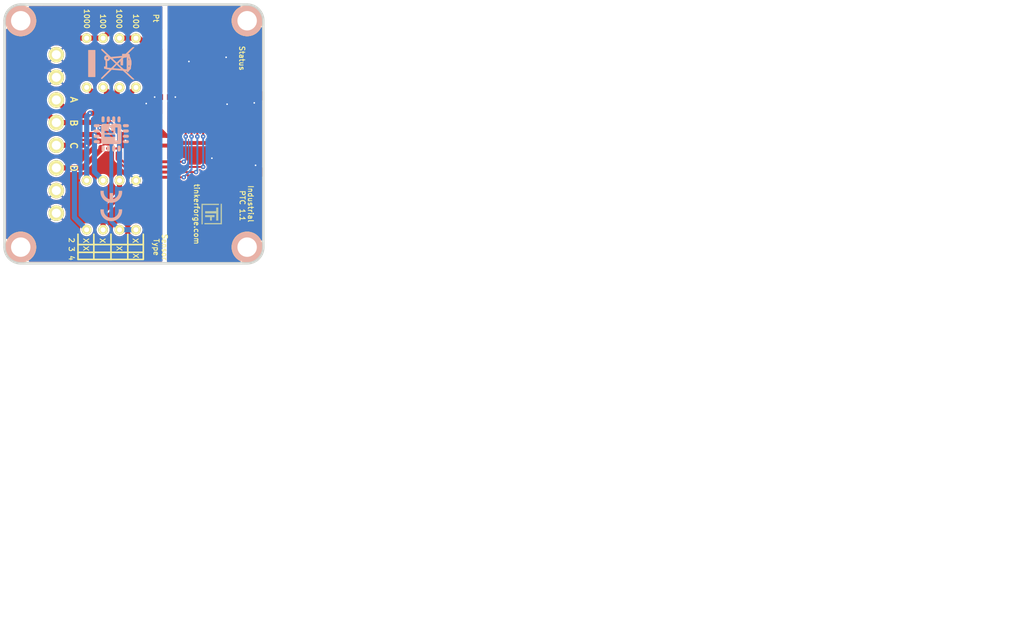
<source format=kicad_pcb>
(kicad_pcb (version 20221018) (generator pcbnew)
  (title_block (title "Industrial PTC Bricklet") (date "2022-12-12") (rev "1.1") (company "Tinkerforge GmbH") (comment 1 "Licensed under CERN OHL v.1.1") (comment 2 "Copyright (©) 2020, T.Schneidermann <tim@tinkerforge.com>"))
  (layers (0 "F.Cu" signal "Vorderseite") (31 "B.Cu" signal "Rückseite") (34 "B.Paste" user) (35 "F.Paste" user) (36 "B.SilkS" user "B.Silkscreen") (37 "F.SilkS" user "F.Silkscreen") (38 "B.Mask" user) (39 "F.Mask" user) (44 "Edge.Cuts" user))
  (net 0 "")
  (net 1 "AGND")
  (net 2 "FORCE+")
  (net 3 "FORCE-")
  (net 4 "FORCE2")
  (net 5 "GND")
  (net 6 "RTDIN+")
  (net 7 "RTDIN-")
  (net 8 "VCC")
  (net 9 "Net-(P1-Pad4)")
  (net 10 "Net-(P1-Pad5)")
  (net 11 "Net-(P1-Pad6)")
  (net 12 "Net-(C1-Pad1)")
  (net 13 "Net-(C6-Pad1)")
  (net 14 "Net-(C7-Pad2)")
  (net 15 "Net-(C8-Pad2)")
  (net 16 "Net-(D1-Pad2)")
  (net 17 "Net-(P2-Pad1)")
  (net 18 "Net-(P3-Pad2)")
  (net 19 "Net-(R1-Pad1)")
  (net 20 "Net-(R2-Pad2)")
  (net 21 "S-MISO")
  (net 22 "S-MOSI")
  (net 23 "S-CLK")
  (net 24 "S-CS")
  (net 25 "Net-(RP2-Pad1)")
  (net 26 "Net-(RP2-Pad2)")
  (net 27 "Net-(RP2-Pad3)")
  (net 28 "Net-(RP2-Pad4)")
  (net 29 "M-MISO")
  (net 30 "M-MOSI")
  (net 31 "M-CLK")
  (net 32 "M-CS")
  (net 34 "Net-(R2-Pad1)")
  (net 35 "Net-(R3-Pad1)")
  (net 36 "Net-(R4-Pad1)")
  (footprint "kicad-libraries:Logo_31x31" (layer "F.Cu") (at 158.5 100.75 -90)
    (fp_text reference "G***" hide)
    (fp_text value "Logo_31x31" hide)
  )
  (footprint "kicad-libraries:Fiducial_Mark" (layer "F.Cu") (at 132.9 71.95)
    (fp_text reference "Fiducial_Mark" hide)
    (fp_text value "VAL**" hide)
  )
  (footprint "kicad-libraries:DEBUG_PAD" (layer "F.Cu") (at 154.3 80.05)
    (fp_text reference "P2")
    (fp_text value "Debug")
  )
  (footprint "kicad-libraries:SolderJumper" (layer "F.Cu") (at 154.3 78.75)
    (fp_text reference "P3")
    (fp_text value "Boot")
  )
  (footprint "kicad-libraries:4X0402" (layer "F.Cu") (at 156.9 86.45)
    (fp_text reference "RP1")
    (fp_text value "82")
  )
  (footprint "kicad-libraries:QFN24-4x4mm-0.5mm" (layer "F.Cu") (at 157.7 81.3 180)
    (fp_text reference "U1")
    (fp_text value "XMC1100")
  )
  (footprint "kicad-libraries:C0402F" (layer "F.Cu") (at 158.6 86.45 90)
    (fp_text reference "C1")
    (fp_text value "220pF")
  )
  (footprint "kicad-libraries:C0805" (layer "F.Cu") (at 158.3 91.9 -90)
    (fp_text reference "C2")
    (fp_text value "10uF")
  )
  (footprint "kicad-libraries:C0603F" (layer "F.Cu") (at 156.9 92.1 -90)
    (fp_text reference "C3")
    (fp_text value "100nF")
  )
  (footprint "kicad-libraries:C0603F" (layer "F.Cu") (at 157.45 78.1)
    (fp_text reference "C4")
    (fp_text value "100nF")
  )
  (footprint "kicad-libraries:C0603F" (layer "F.Cu") (at 147.4 91 90)
    (fp_text reference "C5")
    (fp_text value "100nF")
  )
  (footprint "kicad-libraries:C0603F" (layer "F.Cu") (at 146.8 86.8 90)
    (fp_text reference "C6")
    (fp_text value "100nF")
  )
  (footprint "kicad-libraries:C0603F" (layer "F.Cu") (at 140.6 86 90)
    (fp_text reference "C7")
    (fp_text value "10nF")
  )
  (footprint "kicad-libraries:C0603F" (layer "F.Cu") (at 139.2 86 90)
    (fp_text reference "C8")
    (fp_text value "100nF")
  )
  (footprint "kicad-libraries:D0603F" (layer "F.Cu") (at 162 81.05)
    (fp_text reference "D1")
    (fp_text value "blue")
  )
  (footprint "kicad-libraries:R0603F" (layer "F.Cu") (at 148.8 88.35 90)
    (fp_text reference "FB2")
    (fp_text value "FB")
  )
  (footprint "kicad-libraries:CON-SENSOR2" (layer "F.Cu") (at 164.89902 89.9503 90)
    (fp_text reference "P1")
    (fp_text value "CON-SENSOR")
  )
  (footprint "kicad-libraries:R0603F" (layer "F.Cu") (at 162 82.45)
    (fp_text reference "R1")
    (fp_text value "1k")
  )
  (footprint "kicad-libraries:R0603F" (layer "F.Cu") (at 143.9 85.9 -90)
    (fp_text reference "R2")
    (fp_text value "390 0.1%")
  )
  (footprint "kicad-libraries:R0603F" (layer "F.Cu") (at 142.3 85.9 -90)
    (fp_text reference "R3")
    (fp_text value "3k9 0.1%")
  )
  (footprint "kicad-libraries:0603X4" (layer "F.Cu") (at 150.6 95.45 90)
    (fp_text reference "RP2")
    (fp_text value "100")
  )
  (footprint "kicad-libraries:QFN-20-5x5" (layer "F.Cu") (at 143.55026 90.8997 180)
    (fp_text reference "U2")
    (fp_text value "MAX31865")
  )
  (footprint "kicad-libraries:DRILL_NP" (layer "F.Cu") (at 162.4 107.45 90)
    (fp_text reference "U3" hide)
    (fp_text value "DRILL" hide)
  )
  (footprint "kicad-libraries:DRILL_NP" (layer "F.Cu") (at 127.4 107.45)
    (fp_text reference "U4" hide)
    (fp_text value "DRILL" hide)
  )
  (footprint "kicad-libraries:DRILL_NP" (layer "F.Cu") (at 127.4 72.45 90)
    (fp_text reference "U5" hide)
    (fp_text value "DRILL" hide)
  )
  (footprint "kicad-libraries:DRILL_NP" (layer "F.Cu") (at 162.4 72.45)
    (fp_text reference "U6" hide)
    (fp_text value "DRILL" hide)
  )
  (footprint "kicad-libraries:OQ_8P" (layer "F.Cu") (at 132.9 89.95 -90)
    (fp_text reference "P4")
    (fp_text value "CONN_01X08")
  )
  (footprint "kicad-libraries:R0603F" (layer "F.Cu") (at 149.7 84.25)
    (fp_text reference "FB1")
    (fp_text value "FB")
  )
  (footprint "kicad-libraries:SW_DIP_4_THT" (layer "F.Cu") (at 141.4 78.95 180)
    (fp_text reference "SW1")
    (fp_text value "SW_DIP_4")
  )
  (footprint "kicad-libraries:SW_DIP_4_THT" (layer "F.Cu") (at 141.4 100.95 180)
    (fp_text reference "SW2")
    (fp_text value "SW_DIP_4")
  )
  (footprint "kicad-libraries:Fiducial_Mark" (layer "F.Cu") (at 157.9 74.95)
    (fp_text reference "Fiducial_Mark" hide)
    (fp_text value "VAL**" hide)
  )
  (footprint "kicad-libraries:Fiducial_Mark" (layer "F.Cu") (at 132.9 106.95)
    (fp_text reference "Fiducial_Mark" hide)
    (fp_text value "VAL**" hide)
  )
  (footprint "kicad-libraries:R0603F" (layer "F.Cu") (at 148.7 75.3 90)
    (fp_text reference "R4")
    (fp_text value "10M")
  )
  (footprint "kicad-libraries:CE_5mm" (layer "B.Cu") (at 141.4 101.05 90)
    (fp_text reference "VAL" hide)
    (fp_text value "CE_5mm" hide)
  )
  (footprint "kicad-libraries:WEEE_7mm" (layer "B.Cu") (at 141.4 79.05 90)
    (fp_text reference "VAL" hide)
    (fp_text value "WEEE_7mm" hide)
  )
  (footprint "kicad-libraries:Logo_CoMCU" (layer "B.Cu") (at 141.4 89.95 90)
    (fp_text reference "G***" hide)
    (fp_text value "LOGO" hide)
  )
  (gr_line (start 136.25004 109.35) (end 146.34908 109.35) (stroke (width 0.24892)) (layer "F.SilkS"))
  (gr_line (start 146.34908 109.30036) (end 146.34908 105.45) (stroke (width 0.24892)) (layer "F.SilkS"))
  (gr_line (start 143.94878 109.30036) (end 143.94878 105.45) (stroke (width 0.24892)) (layer "F.SilkS"))
  (gr_line (start 136.25004 108.3504) (end 136.25004 108.2996) (stroke (width 0.24892)) (layer "F.SilkS"))
  (gr_line (start 146.34908 108.25) (end 136.25004 108.25) (stroke (width 0.24892)) (layer "F.SilkS"))
  (gr_line (start 141.35036 109.35116) (end 141.35036 105.45) (stroke (width 0.24892)) (layer "F.SilkS"))
  (gr_line (start 138.70114 109.30036) (end 138.70114 105.45) (stroke (width 0.24892)) (layer "F.SilkS"))
  (gr_line (start 136.25004 107.05) (end 146.34908 107.05) (stroke (width 0.24892)) (layer "F.SilkS"))
  (gr_line (start 136.25004 105.45) (end 136.25004 109.30036) (stroke (width 0.24892)) (layer "F.SilkS"))
  (gr_arc (start 124.8981 72.45) (mid 125.63089 70.68089) (end 127.4 69.9481) (stroke (width 0.381)) (layer "Edge.Cuts"))
  (gr_line (start 164.8984 72.45) (end 164.89936 107.45) (stroke (width 0.381)) (layer "Edge.Cuts"))
  (gr_line (start 124.90064 107.45) (end 124.8981 72.45) (stroke (width 0.381)) (layer "Edge.Cuts"))
  (gr_line (start 127.4 69.9481) (end 162.4 69.9516) (stroke (width 0.381)) (layer "Edge.Cuts"))
  (gr_line (start 162.4 109.95) (end 127.4 109.95) (stroke (width 0.381)) (layer "Edge.Cuts"))
  (gr_arc (start 164.89936 107.45) (mid 164.167314 109.217314) (end 162.4 109.94936) (stroke (width 0.381)) (layer "Edge.Cuts"))
  (gr_arc (start 162.4 69.9516) (mid 164.166636 70.683364) (end 164.8984 72.45) (stroke (width 0.381)) (layer "Edge.Cuts"))
  (gr_arc (start 127.4 109.94936) (mid 125.632686 109.217314) (end 124.90064 107.45) (stroke (width 0.381)) (layer "Edge.Cuts"))
  (gr_text "D" (at 135.6 95.25 270) (layer "F.SilkS") (effects (font (size 1.04902 1.04902) (thickness 0.2))))
  (gr_text "Status" (at 161.6 78.25 270) (layer "F.SilkS") (effects (font (size 0.8001 0.8001) (thickness 0.14986))))
  (gr_text "tinkerforge.com" (at 154.6 102.35 270) (layer "F.SilkS") (effects (font (size 0.8001 0.8001) (thickness 0.14986))))
  (gr_text "X" (at 140.1 106.45 90) (layer "F.SilkS") (effects (font (size 0.8001 0.8001) (thickness 0.14986))))
  (gr_text "100" (at 140.1 72.55 270) (layer "F.SilkS") (effects (font (size 0.8001 0.8001) (thickness 0.14986))))
  (gr_text "C" (at 135.6 91.75 270) (layer "F.SilkS") (effects (font (size 1.04902 1.04902) (thickness 0.2))))
  (gr_text "100" (at 145.2 72.55 270) (layer "F.SilkS") (effects (font (size 0.8001 0.8001) (thickness 0.14986))))
  (gr_text "X" (at 137.55052 106.45 90) (layer "F.SilkS") (effects (font (size 0.8001 0.8001) (thickness 0.14986))))
  (gr_text "X" (at 137.55052 107.65 90) (layer "F.SilkS") (effects (font (size 0.8001 0.8001) (thickness 0.14986))))
  (gr_text "X" (at 142.7 107.65 90) (layer "F.SilkS") (effects (font (size 0.8001 0.8001) (thickness 0.14986))))
  (gr_text "X" (at 145.2 106.45 90) (layer "F.SilkS") (effects (font (size 0.8001 0.8001) (thickness 0.14986))))
  (gr_text "Sensor\nType" (at 148.99924 107.45 270) (layer "F.SilkS") (effects (font (size 0.8001 0.8001) (thickness 0.14986))))
  (gr_text "B" (at 135.6 88.25 270) (layer "F.SilkS") (effects (font (size 1.04902 1.04902) (thickness 0.2))))
  (gr_text "A" (at 135.6 84.65 270) (layer "F.SilkS") (effects (font (size 1.04902 1.04902) (thickness 0.2))))
  (gr_text "X" (at 145.24926 108.79998 90) (layer "F.SilkS") (effects (font (size 0.8001 0.8001) (thickness 0.14986))))
  (gr_text "1000" (at 142.6 72.15 270) (layer "F.SilkS") (effects (font (size 0.8001 0.8001) (thickness 0.14986))))
  (gr_text "2 3 4" (at 135.24928 107.75096 270) (layer "F.SilkS") (effects (font (size 0.8001 0.8001) (thickness 0.14986))))
  (gr_text "Pt" (at 148.3 72.05 270) (layer "F.SilkS") (effects (font (size 0.8 0.8))))
  (gr_text "Industrial\n PTC 1.1" (at 162.3 100.75 270) (layer "F.SilkS") (effects (font (size 0.8001 0.8001) (thickness 0.14986))))
  (gr_text "1000" (at 137.6 72.15 270) (layer "F.SilkS") (effects (font (size 0.8001 0.8001) (thickness 0.14986))))
  (segment (start 145.93786 92.19764) (end 144.8482 92.19764) (width 0.29972) (layer "F.Cu") (net 1))
  (segment (start 145.93786 92.19764) (end 146.09788 92.19764) (width 0.29972) (layer "F.Cu") (net 1))
  (segment (start 144.8482 92.19764) (end 143.55026 90.8997) (width 0.29972) (layer "F.Cu") (net 1))
  (segment (start 142.25232 92.19764) (end 141.16266 92.19764) (width 0.29972) (layer "F.Cu") (net 1))
  (segment (start 148.95 84.25) (end 148.1 84.25) (width 0.8001) (layer "F.Cu") (net 1))
  (segment (start 146.8 86.05) (end 146.8 85.25) (width 0.8001) (layer "F.Cu") (net 1))
  (segment (start 142.25232 92.19764) (end 143.55026 90.8997) (width 0.29972) (layer "F.Cu") (net 1))
  (via (at 146.8 85.25) (size 0.7) (drill 0.25) (layers "F.Cu" "B.Cu") (net 1))
  (via (at 148.1 84.25) (size 0.7) (drill 0.25) (layers "F.Cu" "B.Cu") (net 1))
  (via (at 143.6 90.95) (size 0.7) (drill 0.25) (layers "F.Cu" "B.Cu") (net 1))
  (segment (start 142.67 99.48) (end 140.13 102.02) (width 0.8001) (layer "F.Cu") (net 2))
  (segment (start 142.25232 88.5121) (end 142.25232 88.45368) (width 0.29972) (layer "F.Cu") (net 2))
  (segment (start 141.3621 88.5121) (end 142.25232 88.5121) (width 0.29972) (layer "F.Cu") (net 2))
  (segment (start 132.9 84.69982) (end 136.360129 88.159949) (width 0.8001) (layer "F.Cu") (net 2))
  (segment (start 142.67 97.14) (end 142.67 99.48) (width 0.8001) (layer "F.Cu") (net 2))
  (segment (start 141.3 88.45) (end 141.3621 88.5121) (width 0.29972) (layer "F.Cu") (net 2))
  (segment (start 136.360129 88.159949) (end 141.009949 88.159949) (width 0.8001) (layer "F.Cu") (net 2))
  (segment (start 140.13 102.02) (end 140.13 104.76) (width 0.8001) (layer "F.Cu") (net 2))
  (segment (start 141.009949 88.159949) (end 141.3 88.45) (width 0.8001) (layer "F.Cu") (net 2))
  (via (at 141.3 88.45) (size 0.7) (drill 0.25) (layers "F.Cu" "B.Cu") (net 2))
  (segment (start 142.67 89.82) (end 141.3 88.45) (width 0.8001) (layer "B.Cu") (net 2))
  (segment (start 142.67 97.14) (end 142.67 89.82) (width 0.8001) (layer "B.Cu") (net 2))
  (segment (start 141.16266 91.5474) (end 140.2889 91.5474) (width 0.29972) (layer "F.Cu") (net 3))
  (segment (start 139.79315 92.04315) (end 139.79315 92.35685) (width 0.8001) (layer "F.Cu") (net 3))
  (segment (start 136.94982 95.20018) (end 136.194974 95.20018) (width 0.8001) (layer "F.Cu") (net 3))
  (segment (start 132.94982 95.25) (end 132.9 95.20018) (width 0.8001) (layer "F.Cu") (net 3))
  (segment (start 132.9 95.20018) (end 135.7 95.20018) (width 0.8001) (layer "F.Cu") (net 3))
  (segment (start 140.2889 91.5474) (end 139.6 92.2363) (width 0.29972) (layer "F.Cu") (net 3))
  (segment (start 136.194974 95.20018) (end 135.7 95.20018) (width 0.8001) (layer "F.Cu") (net 3))
  (segment (start 139.6 92.2363) (end 139.6 92.55) (width 0.29972) (layer "F.Cu") (net 3))
  (segment (start 139.79315 92.35685) (end 136.94982 95.20018) (width 0.8001) (layer "F.Cu") (net 3))
  (via (at 135.7 95.20018) (size 0.7) (drill 0.25) (layers "F.Cu" "B.Cu") (net 3))
  (segment (start 135.7 102.87) (end 135.7 95.20018) (width 0.8001) (layer "B.Cu") (net 3))
  (segment (start 137.59 104.76) (end 135.7 102.87) (width 0.8001) (layer "B.Cu") (net 3))
  (segment (start 141.16266 89.60176) (end 140.65176 89.60176) (width 0.29972) (layer "F.Cu") (net 4))
  (segment (start 139.6 89.05) (end 140.1 89.05) (width 0.59944) (layer "F.Cu") (net 4))
  (segment (start 140.65176 89.60176) (end 140.5 89.45) (width 0.29972) (layer "F.Cu") (net 4))
  (segment (start 140.1 89.05) (end 140.5 89.45) (width 0.59944) (layer "F.Cu") (net 4))
  (via (at 139.6 89.05) (size 0.7) (drill 0.25) (layers "F.Cu" "B.Cu") (net 4))
  (segment (start 141.4 90.85) (end 139.6 89.05) (width 0.59944) (layer "B.Cu") (net 4))
  (segment (start 141.4 103.49) (end 141.4 90.85) (width 0.59944) (layer "B.Cu") (net 4))
  (segment (start 145.21 104.76) (end 142.67 104.76) (width 0.8001) (layer "B.Cu") (net 4))
  (segment (start 142.67 104.76) (end 141.4 103.49) (width 0.59944) (layer "B.Cu") (net 4))
  (segment (start 158.85 85.8) (end 159.3 85.35) (width 0.59944) (layer "F.Cu") (net 5))
  (segment (start 163.69902 94.80098) (end 163.7 94.8) (width 0.59944) (layer "F.Cu") (net 5))
  (segment (start 157.95 78.35) (end 158.2 78.1) (width 0.29972) (layer "F.Cu") (net 5))
  (segment (start 157.95 80.25) (end 158.35 80.65) (width 0.29972) (layer "F.Cu") (net 5))
  (segment (start 159.4497 92.4503) (end 158.99924 92.90076) (width 0.8001) (layer "F.Cu") (net 5))
  (segment (start 158.99924 92.90076) (end 158.3 92.90076) (width 0.8001) (layer "F.Cu") (net 5))
  (segment (start 156.95076 92.90076) (end 156.9 92.85) (width 0.8001) (layer "F.Cu") (net 5))
  (segment (start 156.9 93.65) (end 156.95 93.7) (width 0.8001) (layer "F.Cu") (net 5))
  (segment (start 163.69902 84.95098) (end 163.5 85.15) (width 0.29972) (layer "F.Cu") (net 5))
  (segment (start 153.75 79.35) (end 153.75 78.8) (width 0.15) (layer "F.Cu") (net 5))
  (segment (start 153.8 78.75) (end 153.8 78.25) (width 0.15) (layer "F.Cu") (net 5))
  (segment (start 153.8 78.25) (end 154.05 78.25) (width 0.15) (layer "F.Cu") (net 5))
  (segment (start 154.05 78.25) (end 154.025 78.25) (width 0.15) (layer "F.Cu") (net 5))
  (segment (start 157.95 80.25) (end 158.35 80.65) (width 0.15) (layer "F.Cu") (net 5))
  (segment (start 158.85 85.8) (end 159.3 85.35) (width 0.29972) (layer "F.Cu") (net 5))
  (segment (start 157.95 81.55) (end 158.35 81.95) (width 0.29972) (layer "F.Cu") (net 5))
  (segment (start 159.05 85.35) (end 159.3 85.35) (width 0.29972) (layer "F.Cu") (net 5))
  (segment (start 157.95 78.35) (end 158.2 78.1) (width 0.29972) (layer "F.Cu") (net 5))
  (segment (start 158.2 78.1) (end 159.15 78.1) (width 0.59944) (layer "F.Cu") (net 5))
  (segment (start 153.75 78.8) (end 153.8 78.75) (width 0.15) (layer "F.Cu") (net 5))
  (segment (start 158.35 81.95) (end 158.35 80.65) (width 0.29972) (layer "F.Cu") (net 5))
  (segment (start 156.9 92.85) (end 156.9 93.65) (width 0.8001) (layer "F.Cu") (net 5))
  (segment (start 157.95 79.275) (end 157.95 80.25) (width 0.29972) (layer "F.Cu") (net 5))
  (segment (start 147.4 91.75) (end 147.4 92.79944) (width 0.59944) (layer "F.Cu") (net 5))
  (segment (start 150.9 91.75) (end 147.4 91.75) (width 0.59944) (layer "F.Cu") (net 5))
  (segment (start 157.95 79.275) (end 157.95 81.55) (width 0.29972) (layer "F.Cu") (net 5))
  (segment (start 157.95 79.275) (end 157.95 78.35) (width 0.29972) (layer "F.Cu") (net 5))
  (segment (start 158.6 85.8) (end 159.05 85.35) (width 0.29972) (layer "F.Cu") (net 5))
  (segment (start 156.9 92.85) (end 152 92.85) (width 0.59944) (layer "F.Cu") (net 5))
  (segment (start 152 92.85) (end 150.9 91.75) (width 0.59944) (layer "F.Cu") (net 5))
  (segment (start 157.05 81.95) (end 157.05 80.65) (width 0.29972) (layer "F.Cu") (net 5))
  (segment (start 153.75 78.8) (end 153.7 78.75) (width 0.29972) (layer "F.Cu") (net 5))
  (segment (start 154.025 79.35) (end 153.75 79.35) (width 0.15) (layer "F.Cu") (net 5))
  (segment (start 158.35 80.65) (end 157.05 80.65) (width 0.29972) (layer "F.Cu") (net 5))
  (segment (start 160.29902 92.4503) (end 159.4497 92.4503) (width 0.8001) (layer "F.Cu") (net 5))
  (segment (start 146.91214 93.2873) (end 145.1 93.2873) (width 0.59944) (layer "F.Cu") (net 5))
  (segment (start 153.7 78.75) (end 153.400002 78.75) (width 0.29972) (layer "F.Cu") (net 5))
  (segment (start 147.4 92.79944) (end 146.91214 93.2873) (width 0.59944) (layer "F.Cu") (net 5))
  (segment (start 150.45 84.25) (end 151.3 84.25) (width 0.8001) (layer "F.Cu") (net 5))
  (segment (start 163.69902 84.0503) (end 163.69902 84.95098) (width 0.29972) (layer "F.Cu") (net 5))
  (segment (start 158.35 81.95) (end 157.05 81.95) (width 0.29972) (layer "F.Cu") (net 5))
  (segment (start 163.69902 95.8503) (end 163.69902 94.80098) (width 0.59944) (layer "F.Cu") (net 5))
  (segment (start 159.15 78.1) (end 158.2 78.1) (width 0.29972) (layer "F.Cu") (net 5))
  (segment (start 158.3 92.90076) (end 156.95076 92.90076) (width 0.8001) (layer "F.Cu") (net 5))
  (segment (start 158.6 85.8) (end 158.85 85.8) (width 0.29972) (layer "F.Cu") (net 5))
  (via (at 156.95 93.7) (size 0.7) (drill 0.25) (layers "F.Cu" "B.Cu") (net 5))
  (via (at 151.3 84.25) (size 0.7) (drill 0.25) (layers "F.Cu" "B.Cu") (net 5))
  (via (at 153.400002 78.75) (size 0.55) (drill 0.25) (layers "F.Cu" "B.Cu") (net 5))
  (via (at 159.15 78.1) (size 0.7) (drill 0.25) (layers "F.Cu" "B.Cu") (net 5))
  (via (at 159.3 85.35) (size 0.7) (drill 0.25) (layers "F.Cu" "B.Cu") (net 5))
  (via (at 163.5 85.15) (size 0.7) (drill 0.25) (layers "F.Cu" "B.Cu") (net 5))
  (via (at 163.7 94.8) (size 0.7) (drill 0.25) (layers "F.Cu" "B.Cu") (net 5))
  (segment (start 136.447328 90.05) (end 139.4 90.05) (width 0.8001) (layer "F.Cu") (net 6))
  (segment (start 141.92 73.35) (end 147.5 73.35) (width 0.8001) (layer "F.Cu") (net 6))
  (segment (start 147.5 73.35) (end 148.7 74.55) (width 0.8001) (layer "F.Cu") (net 6))
  (segment (start 139.602 90.252) (end 141.16266 90.252) (width 0.29972) (layer "F.Cu") (net 6))
  (segment (start 134.597268 88.19994) (end 136.447328 90.05) (width 0.8001) (layer "F.Cu") (net 6))
  (segment (start 132.9 88.19994) (end 134.597268 88.19994) (width 0.8001) (layer "F.Cu") (net 6))
  (segment (start 140.13 75.14) (end 132.21 75.14) (width 0.8001) (layer "F.Cu") (net 6))
  (segment (start 140.13 75.14) (end 141.92 73.35) (width 0.8001) (layer "F.Cu") (net 6))
  (segment (start 130.7 85.99994) (end 132.9 88.19994) (width 0.8001) (layer "F.Cu") (net 6))
  (segment (start 139.4 90.05) (end 139.602 90.252) (width 0.29972) (layer "F.Cu") (net 6))
  (segment (start 130.7 76.65) (end 130.7 85.99994) (width 0.8001) (layer "F.Cu") (net 6))
  (segment (start 132.21 75.14) (end 130.7 76.65) (width 0.8001) (layer "F.Cu") (net 6))
  (via (at 138.8 90.05) (size 0.7) (drill 0.25) (layers "F.Cu" "B.Cu") (net 6))
  (segment (start 140.13 97.14) (end 138.8 95.81) (width 0.8001) (layer "B.Cu") (net 6))
  (segment (start 138.8 95.81) (end 138.8 90.05) (width 0.8001) (layer "B.Cu") (net 6))
  (segment (start 137.949999 91.400001) (end 137.6 91.75) (width 0.8001) (layer "F.Cu") (net 7))
  (segment (start 139.7503 90.8997) (end 139.7 90.95) (width 0.29972) (layer "F.Cu") (net 7))
  (segment (start 141.16266 90.8997) (end 139.7503 90.8997) (width 0.29972) (layer "F.Cu") (net 7))
  (segment (start 138.3 91.05) (end 137.949999 91.400001) (width 0.8001) (layer "F.Cu") (net 7))
  (segment (start 132.9 91.70006) (end 137.55006 91.70006) (width 0.8001) (layer "F.Cu") (net 7))
  (segment (start 139.6 91.05) (end 138.3 91.05) (width 0.8001) (layer "F.Cu") (net 7))
  (segment (start 140.6 86.75) (end 138.1 86.75) (width 0.8001) (layer "F.Cu") (net 7))
  (segment (start 137.55006 91.70006) (end 137.6 91.75) (width 0.8001) (layer "F.Cu") (net 7))
  (via (at 137.6 91.75) (size 0.7) (drill 0.25) (layers "F.Cu" "B.Cu") (net 7))
  (via (at 138.1 86.75) (size 0.7) (drill 0.25) (layers "F.Cu" "B.Cu") (net 7))
  (segment (start 137.59 97.14) (end 137.6 97.13) (width 0.8001) (layer "B.Cu") (net 7))
  (segment (start 137.6 97.13) (end 137.6 91.75) (width 0.8001) (layer "B.Cu") (net 7))
  (segment (start 138.1 86.75) (end 137.6 87.25) (width 0.8001) (layer "B.Cu") (net 7))
  (segment (start 137.6 87.25) (end 137.6 91.75) (width 0.8001) (layer "B.Cu") (net 7))
  (segment (start 157.45 78.7) (end 156.85 78.1) (width 0.29972) (layer "F.Cu") (net 8))
  (segment (start 156.85 78.1) (end 156.7 78.1) (width 0.29972) (layer "F.Cu") (net 8))
  (segment (start 157.35 91.35) (end 157.80076 90.89924) (width 0.59944) (layer "F.Cu") (net 8))
  (segment (start 157.80076 90.89924) (end 158.3 90.89924) (width 0.59944) (layer "F.Cu") (net 8))
  (segment (start 159.3503 91.2003) (end 159.04924 90.89924) (width 0.59944) (layer "F.Cu") (net 8))
  (segment (start 159.04924 90.89924) (end 158.3 90.89924) (width 0.59944) (layer "F.Cu") (net 8))
  (segment (start 156 76.85) (end 153.3 76.85) (width 0.59944) (layer "F.Cu") (net 8))
  (segment (start 159.484999 77.434999) (end 156.765001 77.434999) (width 0.15) (layer "F.Cu") (net 8))
  (segment (start 156.7 77.55) (end 156 76.85) (width 0.59944) (layer "F.Cu") (net 8))
  (segment (start 150 90.25) (end 151.4 90.25) (width 0.59944) (layer "F.Cu") (net 8))
  (segment (start 156.7 78.1) (end 156.7 77.55) (width 0.59944) (layer "F.Cu") (net 8))
  (segment (start 147.44916 90.30026) (end 145.98612 90.30026) (width 0.29972) (layer "F.Cu") (net 8))
  (segment (start 157.45 79.275) (end 157.45 78.7) (width 0.29972) (layer "F.Cu") (net 8))
  (segment (start 152.2 77.95) (end 152.2 85.05) (width 0.59944) (layer "F.Cu") (net 8))
  (segment (start 147.4 90.25) (end 151.4 90.25) (width 0.59944) (layer "F.Cu") (net 8))
  (segment (start 151.4 90.25) (end 152.5 91.35) (width 0.59944) (layer "F.Cu") (net 8))
  (segment (start 156.9 91.35) (end 157.35 91.35) (width 0.59944) (layer "F.Cu") (net 8))
  (segment (start 152.5 91.35) (end 156.9 91.35) (width 0.59944) (layer "F.Cu") (net 8))
  (segment (start 161.25 81.05) (end 161.25 79.2) (width 0.15) (layer "F.Cu") (net 8))
  (segment (start 151.4 85.85) (end 151.4 90.25) (width 0.59944) (layer "F.Cu") (net 8))
  (segment (start 149.95 90.25) (end 150 90.25) (width 0.59944) (layer "F.Cu") (net 8))
  (segment (start 160.29902 91.2003) (end 159.3503 91.2003) (width 0.59944) (layer "F.Cu") (net 8))
  (segment (start 153.3 76.85) (end 152.2 77.95) (width 0.59944) (layer "F.Cu") (net 8))
  (segment (start 161.25 79.2) (end 159.484999 77.434999) (width 0.15) (layer "F.Cu") (net 8))
  (segment (start 156.765001 77.434999) (end 156.7 77.5) (width 0.15) (layer "F.Cu") (net 8))
  (segment (start 148.8 89.1) (end 149.95 90.25) (width 0.59944) (layer "F.Cu") (net 8))
  (segment (start 156.7 77.5) (end 156.7 78.1) (width 0.15) (layer "F.Cu") (net 8))
  (segment (start 145.98612 90.30026) (end 145.93786 90.252) (width 0.29972) (layer "F.Cu") (net 8))
  (segment (start 152.2 85.05) (end 151.4 85.85) (width 0.59944) (layer "F.Cu") (net 8))
  (segment (start 156.1507 87.8007) (end 157.65 89.3) (width 0.15) (layer "F.Cu") (net 9))
  (segment (start 157.65 89.3) (end 158.6 89.3) (width 0.15) (layer "F.Cu") (net 9))
  (segment (start 158.6 89.3) (end 159.2503 89.9503) (width 0.15) (layer "F.Cu") (net 9))
  (segment (start 159.2503 89.9503) (end 160.29902 89.9503) (width 0.15) (layer "F.Cu") (net 9))
  (segment (start 156.1507 87.025) (end 156.1507 87.8007) (width 0.15) (layer "F.Cu") (net 9))
  (segment (start 156.65108 87.65108) (end 157.7003 88.7003) (width 0.15) (layer "F.Cu") (net 10))
  (segment (start 157.7003 88.7003) (end 160.29902 88.7003) (width 0.15) (layer "F.Cu") (net 10))
  (segment (start 156.65108 87.025) (end 156.65108 87.65108) (width 0.15) (layer "F.Cu") (net 10))
  (segment (start 157.14892 87.44892) (end 157.45 87.75) (width 0.15) (layer "F.Cu") (net 11))
  (segment (start 157.45 87.75) (end 159.1 87.75) (width 0.15) (layer "F.Cu") (net 11))
  (segment (start 159.1 87.75) (end 159.3997 87.4503) (width 0.15) (layer "F.Cu") (net 11))
  (segment (start 159.3997 87.4503) (end 160.29902 87.4503) (width 0.15) (layer "F.Cu") (net 11))
  (segment (start 157.14892 87.025) (end 157.14892 87.44892) (width 0.15) (layer "F.Cu") (net 11))
  (segment (start 160.12382 87.45094) (end 160.10096 87.45094) (width 0.29972) (layer "F.Cu") (net 11))
  (segment (start 158.85 87.1) (end 159.7497 86.2003) (width 0.15) (layer "F.Cu") (net 12))
  (segment (start 159.7497 86.2003) (end 160.29902 86.2003) (width 0.15) (layer "F.Cu") (net 12))
  (segment (start 157.7243 87.1) (end 157.6493 87.025) (width 0.15) (layer "F.Cu") (net 12))
  (segment (start 158.6 87.1) (end 158.85 87.1) (width 0.15) (layer "F.Cu") (net 12))
  (segment (start 160.29902 86.2003) (end 159.5997 86.2003) (width 0.15) (layer "F.Cu") (net 12))
  (segment (start 158.6 87.1) (end 157.7243 87.1) (width 0.15) (layer "F.Cu") (net 12))
  (segment (start 146.14824 89.60176) (end 145.93786 89.60176) (width 0.29972) (layer "F.Cu") (net 13))
  (segment (start 148.8 87.6) (end 148.7992 87.5992) (width 0.8001) (layer "F.Cu") (net 13))
  (segment (start 146.8 87.55) (end 146.8 88.95) (width 0.59944) (layer "F.Cu") (net 13))
  (segment (start 146.8 88.95) (end 146.6 89.15) (width 0.59944) (layer "F.Cu") (net 13))
  (segment (start 148.7992 87.5992) (end 146.84872 87.5992) (width 0.8001) (layer "F.Cu") (net 13))
  (segment (start 145.93786 89.60176) (end 146.09824 89.60176) (width 0.29972) (layer "F.Cu") (net 13))
  (segment (start 146.8 88.95) (end 146.14824 89.60176) (width 0.29972) (layer "F.Cu") (net 13))
  (segment (start 140.64958 85.299) (end 140.64958 83.27958) (width 0.8001) (layer "F.Cu") (net 14))
  (segment (start 140.64958 83.27958) (end 140.13 82.76) (width 0.8001) (layer "F.Cu") (net 14))
  (segment (start 137.71 82.76) (end 139.2 84.25) (width 0.8001) (layer "F.Cu") (net 15))
  (segment (start 137.59 82.76) (end 137.71 82.76) (width 0.8001) (layer "F.Cu") (net 15))
  (segment (start 139.2 84.25) (end 139.2 85.25) (width 0.8001) (layer "F.Cu") (net 15))
  (segment (start 162.75 81.05) (end 162.75 82.45) (width 0.15) (layer "F.Cu") (net 16))
  (segment (start 155.4 80.05) (end 154.3 80.05) (width 0.15) (layer "F.Cu") (net 17))
  (segment (start 155.675 80.05) (end 155.4 80.05) (width 0.15) (layer "F.Cu") (net 17))
  (segment (start 154.634999 78.934999) (end 154.45 78.75) (width 0.15) (layer "F.Cu") (net 18))
  (segment (start 154.765001 79.065001) (end 154.765001 78.977999) (width 0.15) (layer "F.Cu") (net 18))
  (segment (start 154.722001 78.934999) (end 154.634999 78.934999) (width 0.15) (layer "F.Cu") (net 18))
  (segment (start 156.425 79.25) (end 154.95 79.25) (width 0.15) (layer "F.Cu") (net 18))
  (segment (start 154.95 79.25) (end 154.765001 79.065001) (width 0.15) (layer "F.Cu") (net 18))
  (segment (start 154.765001 78.977999) (end 154.722001 78.934999) (width 0.15) (layer "F.Cu") (net 18))
  (segment (start 156.45 79.275) (end 156.425 79.25) (width 0.15) (layer "F.Cu") (net 18))
  (segment (start 160.25 82.05) (end 159.725 82.05) (width 0.15) (layer "F.Cu") (net 19))
  (segment (start 161.25 82.45) (end 160.65 82.45) (width 0.15) (layer "F.Cu") (net 19))
  (segment (start 160.65 82.45) (end 160.25 82.05) (width 0.15) (layer "F.Cu") (net 19))
  (segment (start 143.9 86.65) (end 143.9 87.15) (width 0.59944) (layer "F.Cu") (net 20))
  (segment (start 142.3 86.65) (end 142.3 86.85) (width 0.59944) (layer "F.Cu") (net 20))
  (segment (start 142.90256 88.5121) (end 142.9 87.45) (width 0.29972) (layer "F.Cu") (net 20))
  (segment (start 143.9 86.65) (end 142.3 86.65) (width 0.59944) (layer "F.Cu") (net 20))
  (segment (start 142.90256 87.30052) (end 142.50124 86.8992) (width 0.29972) (layer "F.Cu") (net 20))
  (segment (start 143.9 87.15) (end 143.55026 87.49974) (width 0.59944) (layer "F.Cu") (net 20))
  (segment (start 142.3 86.85) (end 142.9 87.45) (width 0.59944) (layer "F.Cu") (net 20))
  (segment (start 143.55026 88.5121) (end 143.55026 87.49974) (width 0.29972) (layer "F.Cu") (net 20))
  (segment (start 142.9 87.45) (end 142.90256 87.30052) (width 0.29972) (layer "F.Cu") (net 20))
  (segment (start 159.725 83.925) (end 158.45 85.2) (width 0.15) (layer "F.Cu") (net 21))
  (segment (start 158.45 85.2) (end 158.05 85.2) (width 0.15) (layer "F.Cu") (net 21))
  (segment (start 158.05 85.2) (end 157.6493 85.6007) (width 0.15) (layer "F.Cu") (net 21))
  (segment (start 157.6493 85.6007) (end 157.6493 85.875) (width 0.15) (layer "F.Cu") (net 21))
  (segment (start 159.725 82.75) (end 159.725 83.925) (width 0.15) (layer "F.Cu") (net 21))
  (segment (start 159.725 82.55) (end 159.725 83.925) (width 0.15) (layer "F.Cu") (net 21))
  (segment (start 158.95 84.2) (end 158.3 84.85) (width 0.15) (layer "F.Cu") (net 22))
  (segment (start 158.3 84.85) (end 157.85 84.85) (width 0.15) (layer "F.Cu") (net 22))
  (segment (start 157.85 84.85) (end 157.14892 85.55108) (width 0.15) (layer "F.Cu") (net 22))
  (segment (start 157.14892 85.55108) (end 157.14892 85.875) (width 0.15) (layer "F.Cu") (net 22))
  (segment (start 158.95 83.525) (end 158.95 84.2) (width 0.15) (layer "F.Cu") (net 22))
  (segment (start 158.45 84.15) (end 158.1 84.5) (width 0.15) (layer "F.Cu") (net 23))
  (segment (start 158.1 84.5) (end 157.7 84.5) (width 0.15) (layer "F.Cu") (net 23))
  (segment (start 157.7 84.5) (end 156.65108 85.54892) (width 0.15) (layer "F.Cu") (net 23))
  (segment (start 156.65108 85.54892) (end 156.65108 85.875) (width 0.15) (layer "F.Cu") (net 23))
  (segment (start 158.45 83.525) (end 158.45 84.15) (width 0.15) (layer "F.Cu") (net 23))
  (segment (start 157.95 83.95) (end 157.75 84.15) (width 0.15) (layer "F.Cu") (net 24))
  (segment (start 157.75 84.15) (end 157.55 84.15) (width 0.15) (layer "F.Cu") (net 24))
  (segment (start 157.55 84.15) (end 156.1507 85.5493) (width 0.15) (layer "F.Cu") (net 24))
  (segment (start 156.1507 85.5493) (end 156.1507 85.875) (width 0.15) (layer "F.Cu") (net 24))
  (segment (start 157.95 83.325) (end 157.95 83.95) (width 0.15) (layer "F.Cu") (net 24))
  (segment (start 144.19796 93.2873) (end 144.19796 93.90684) (width 0.29972) (layer "F.Cu") (net 25))
  (segment (start 148.9998 94.25112) (end 149.7491 94.25112) (width 0.29972) (layer "F.Cu") (net 25))
  (segment (start 144.19796 93.90684) (end 144.54224 94.25112) (width 0.29972) (layer "F.Cu") (net 25))
  (segment (start 144.54224 94.25112) (end 148.9998 94.25112) (width 0.29972) (layer "F.Cu") (net 25))
  (segment (start 148.79858 94.85) (end 148.9998 95.05122) (width 0.29972) (layer "F.Cu") (net 26))
  (segment (start 143.55026 93.2873) (end 143.55026 93.90938) (width 0.29972) (layer "F.Cu") (net 26))
  (segment (start 148.9998 95.05122) (end 149.7491 95.05122) (width 0.29972) (layer "F.Cu") (net 26))
  (segment (start 144.49088 94.85) (end 148.79858 94.85) (width 0.29972) (layer "F.Cu") (net 26))
  (segment (start 143.55026 93.90938) (end 144.49088 94.85) (width 0.29972) (layer "F.Cu") (net 26))
  (segment (start 142.90256 93.883553) (end 144.509958 95.490951) (width 0.29972) (layer "F.Cu") (net 27))
  (segment (start 148.9998 95.84878) (end 149.7491 95.84878) (width 0.29972) (layer "F.Cu") (net 27))
  (segment (start 144.509958 95.490951) (end 148.641971 95.490951) (width 0.29972) (layer "F.Cu") (net 27))
  (segment (start 148.641971 95.490951) (end 148.9998 95.84878) (width 0.29972) (layer "F.Cu") (net 27))
  (segment (start 142.90256 93.2873) (end 142.90256 93.883553) (width 0.29972) (layer "F.Cu") (net 27))
  (segment (start 144.29548 95.95) (end 148.1 95.95) (width 0.29972) (layer "F.Cu") (net 28))
  (segment (start 142.25232 93.90684) (end 144.29548 95.95) (width 0.29972) (layer "F.Cu") (net 28))
  (segment (start 148.79888 96.64888) (end 149.7491 96.64888) (width 0.29972) (layer "F.Cu") (net 28))
  (segment (start 148.1 95.95) (end 148.79888 96.64888) (width 0.29972) (layer "F.Cu") (net 28))
  (segment (start 142.25232 93.2873) (end 142.25232 93.90684) (width 0.29972) (layer "F.Cu") (net 28))
  (segment (start 154.3 82.05) (end 152.9 83.45) (width 0.29972) (layer "F.Cu") (net 29))
  (segment (start 152.9 83.45) (end 152.9 90.35) (width 0.29972) (layer "F.Cu") (net 29))
  (segment (start 151.45202 94.25) (end 151.4509 94.25112) (width 0.29972) (layer "F.Cu") (net 29))
  (segment (start 152.6 94.25) (end 151.45202 94.25) (width 0.29972) (layer "F.Cu") (net 29))
  (segment (start 155.675 82.05) (end 154.3 82.05) (width 0.29972) (layer "F.Cu") (net 29))
  (via (at 152.6 94.25) (size 0.7) (drill 0.25) (layers "F.Cu" "B.Cu") (net 29))
  (via (at 152.9 90.35) (size 0.7) (drill 0.25) (layers "F.Cu" "B.Cu") (net 29))
  (segment (start 152.9 90.35) (end 152.9 93.95) (width 0.29972) (layer "B.Cu") (net 29))
  (segment (start 152.9 93.95) (end 152.6 94.25) (width 0.29972) (layer "B.Cu") (net 29))
  (segment (start 153.8 83.55) (end 153.8 90.35) (width 0.29972) (layer "F.Cu") (net 30))
  (segment (start 155.675 82.55) (end 155.3 82.55) (width 0.15) (layer "F.Cu") (net 30))
  (segment (start 154.8 82.55) (end 153.8 83.55) (width 0.29972) (layer "F.Cu") (net 30))
  (segment (start 155.675 82.55) (end 154.8 82.55) (width 0.29972) (layer "F.Cu") (net 30))
  (segment (start 151.45202 96.65) (end 151.4509 96.64888) (width 0.29972) (layer "F.Cu") (net 30))
  (segment (start 152.6 96.65) (end 151.45202 96.65) (width 0.29972) (layer "F.Cu") (net 30))
  (via (at 152.6 96.65) (size 0.7) (drill 0.25) (layers "F.Cu" "B.Cu") (net 30))
  (via (at 153.8 90.35) (size 0.7) (drill 0.25) (layers "F.Cu" "B.Cu") (net 30))
  (segment (start 153.8 95.45) (end 152.6 96.65) (width 0.29972) (layer "B.Cu") (net 30))
  (segment (start 153.8 90.844974) (end 153.8 95.45) (width 0.29972) (layer "B.Cu") (net 30))
  (segment (start 153.8 90.35) (end 153.8 90.844974) (width 0.29972) (layer "B.Cu") (net 30))
  (segment (start 156.45 83.4) (end 154.7 85.15) (width 0.29972) (layer "F.Cu") (net 31))
  (segment (start 156.45 83.325) (end 156.45 83.7) (width 0.15) (layer "F.Cu") (net 31))
  (segment (start 156.45 83.325) (end 156.45 83.4) (width 0.29972) (layer "F.Cu") (net 31))
  (segment (start 151.45212 95.85) (end 151.4509 95.84878) (width 0.29972) (layer "F.Cu") (net 31))
  (segment (start 154.5 95.85) (end 151.45212 95.85) (width 0.29972) (layer "F.Cu") (net 31))
  (segment (start 154.7 85.15) (end 154.7 90.35) (width 0.29972) (layer "F.Cu") (net 31))
  (via (at 154.7 90.35) (size 0.7) (drill 0.25) (layers "F.Cu" "B.Cu") (net 31))
  (via (at 154.5 95.85) (size 0.7) (drill 0.25) (layers "F.Cu" "B.Cu") (net 31))
  (segment (start 154.7 90.35) (end 154.7 95.65) (width 0.29972) (layer "B.Cu") (net 31))
  (segment (start 154.7 95.65) (end 154.5 95.85) (width 0.29972) (layer "B.Cu") (net 31))
  (segment (start 155.6 95.05) (end 151.45212 95.05) (width 0.29972) (layer "F.Cu") (net 32))
  (segment (start 156.95 83.325) (end 156.95 84) (width 0.29972) (layer "F.Cu") (net 32))
  (segment (start 156.95 84) (end 155.6 85.35) (width 0.29972) (layer "F.Cu") (net 32))
  (segment (start 151.45212 95.05) (end 151.4509 95.05122) (width 0.29972) (layer "F.Cu") (net 32))
  (segment (start 155.6 85.35) (end 155.6 90.35) (width 0.29972) (layer "F.Cu") (net 32))
  (via (at 155.6 95.05) (size 0.7) (drill 0.25) (layers "F.Cu" "B.Cu") (net 32))
  (via (at 155.6 90.35) (size 0.7) (drill 0.25) (layers "F.Cu" "B.Cu") (net 32))
  (segment (start 155.6 90.35) (end 155.6 95.05) (width 0.29972) (layer "B.Cu") (net 32))
  (segment (start 143.9 84.89924) (end 143.9 84.07) (width 0.8001) (layer "F.Cu") (net 34))
  (segment (start 143.9 84.07) (end 145.21 82.76) (width 0.8001) (layer "F.Cu") (net 34))
  (segment (start 142.3 84.89924) (end 142.3 83.13) (width 0.8001) (layer "F.Cu") (net 35))
  (segment (start 142.3 83.13) (end 142.67 82.76) (width 0.8001) (layer "F.Cu") (net 35))
  (segment (start 145.4 84.85) (end 147.5 82.75) (width 0.8001) (layer "F.Cu") (net 36))
  (segment (start 147.5 76.95) (end 145.69 75.14) (width 0.8001) (layer "F.Cu") (net 36))
  (segment (start 145.69 75.14) (end 145.21 75.14) (width 0.8001) (layer "F.Cu") (net 36))
  (segment (start 148.4 76.05) (end 148.7 76.05) (width 0.8001) (layer "F.Cu") (net 36))
  (segment (start 147.5 82.75) (end 147.5 76.95) (width 0.8001) (layer "F.Cu") (net 36))
  (segment (start 144.8482 88.5121) (end 145.4 87.9603) (width 0.59944) (layer "F.Cu") (net 36))
  (segment (start 142.67 75.14) (end 145.21 75.14) (width 0.8001) (layer "F.Cu") (net 36))
  (segment (start 145.4 87.9603) (end 145.4 84.85) (width 0.8001) (layer "F.Cu") (net 36))
  (segment (start 147.5 76.95) (end 148.4 76.05) (width 0.8001) (layer "F.Cu") (net 36))
  (segment (start 144.19796 88.5121) (end 144.8482 88.5121) (width 0.29972) (layer "F.Cu") (net 36))
  (zone (net 5) (net_name "GND") (layer "F.Cu") (connect_pads (clearance 0.2)) (min_thickness 0.15) (fill yes (thermal_gap 0.24892) (thermal_bridge_width 0.25908))
    (polygon (pts (xy 164.9 109.95) (xy 164.9 69.95) (xy 150.1 69.95) (xy 150 109.95)))
  )
  (zone (net 1) (net_name "AGND") (layer "F.Cu") (connect_pads (clearance 0.24892)) (min_thickness 0.254) (fill yes (thermal_gap 0.24892) (thermal_bridge_width 0.25908))
    (polygon (pts (xy 149.3 109.95) (xy 149.3 69.95) (xy 124.9 69.95) (xy 124.9 109.95)))
  )
  (zone (net 1) (net_name "AGND") (layer "B.Cu") (connect_pads (clearance 0.24892)) (min_thickness 0.254) (fill yes (thermal_gap 0.24892) (thermal_bridge_width 0.25908))
    (polygon (pts (xy 149.3012 109.95) (xy 149.3012 69.99986) (xy 124.89942 69.95) (xy 124.89942 109.95)))
  )
  (zone (net 5) (net_name "GND") (layer "B.Cu") (connect_pads (clearance 0.2)) (min_thickness 0.15) (fill yes (thermal_gap 0.24892) (thermal_bridge_width 0.25908))
    (polygon (pts (xy 164.9 109.95) (xy 164.9 69.95) (xy 150.09876 69.99986) (xy 149.99907 109.95)))
  )
)
</source>
